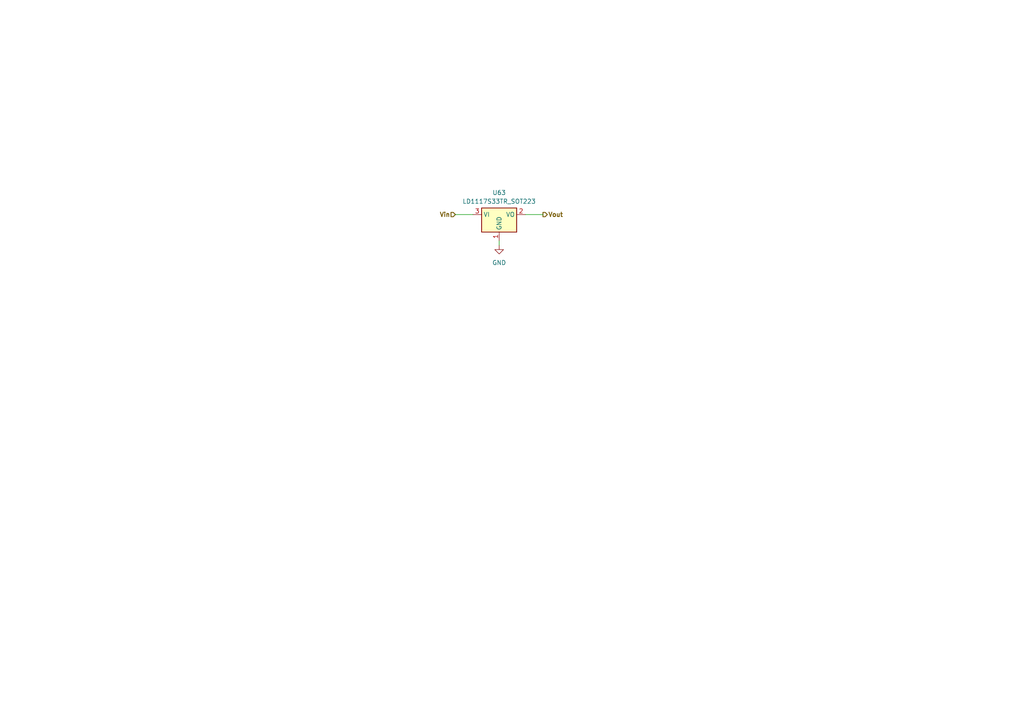
<source format=kicad_sch>
(kicad_sch (version 20230121) (generator eeschema)
  (paper "A4")
  (lib_symbols
    (symbol "Regulator_Linear:LD1117S33TR_SOT223"
      (property "Reference" "U" (at -3.81 3.175 0))
      (property "Value" "LD1117S33TR_SOT223" (at 0 3.175 0))
      (symbol "LD1117S33TR_SOT223_0_1"
        (rectangle (start -5.08 -5.08) (end 5.08 1.905) (stroke (width 0.254)) (fill (type background)))
      )
      (symbol "LD1117S33TR_SOT223_1_1"
        (pin power_in line (at 0 -7.62 90) (length 2.54) (name "GND") (number "1"))
        (pin power_out line (at 7.62 0 180) (length 2.54) (name "VO") (number "2"))
        (pin power_in line (at -7.62 0 0) (length 2.54) (name "VI") (number "3"))
      )
    )
    (symbol "power:GND" (power) (pin_names (offset 0))
      (property "Value" "GND" (at 0 -3.81 0))
      (symbol "GND_0_1"
        (polyline (pts (xy 0 0) (xy 0 -1.27) (xy 1.27 -1.27) (xy 0 -2.54) (xy -1.27 -1.27) (xy 0 -1.27)))
      )
      (symbol "GND_1_1"
        (pin power_in line (at 0 0 270) (length 0) hide (name "GND") (number "1"))
      )
    )
  )
  (wire (pts (xy 132.08 62.23) (xy 137.16 62.23)))
  (wire (pts (xy 144.78 69.85) (xy 144.78 71.12)))
  (wire (pts (xy 157.48 62.23) (xy 152.4 62.23)))
  (hierarchical_label "Vout" (shape output) (at 157.48 62.23 0) (effects (font bold)))
  (hierarchical_label "Vin" (shape input) (at 132.08 62.23 180) (effects (font bold)))
  (symbol (lib_id "Regulator_Linear:LD1117S33TR_SOT223") (at 144.78 62.23 0) (unit 1)
    (property "Reference" "U63" (at 144.78 55.88 0))
    (property "Value" "LD1117S33TR_SOT223" (at 144.78 58.42 0))
    (property "Footprint" "Package_TO_SOT_SMD:SOT-223-3_TabPin2" (effects hide))
    (property "Datasheet" "http://www.st.com/st-web-ui/static/active/en/resource/technical/document/datasheet/CD00000544.pdf" (effects hide))
  )
  (symbol (lib_id "power:GND") (at 144.78 71.12 0) (unit 1)
    (property "Reference" "#PWR030" (effects hide))
    (property "Value" "GND" (at 144.78 76.2 0))
  )
)
</source>
